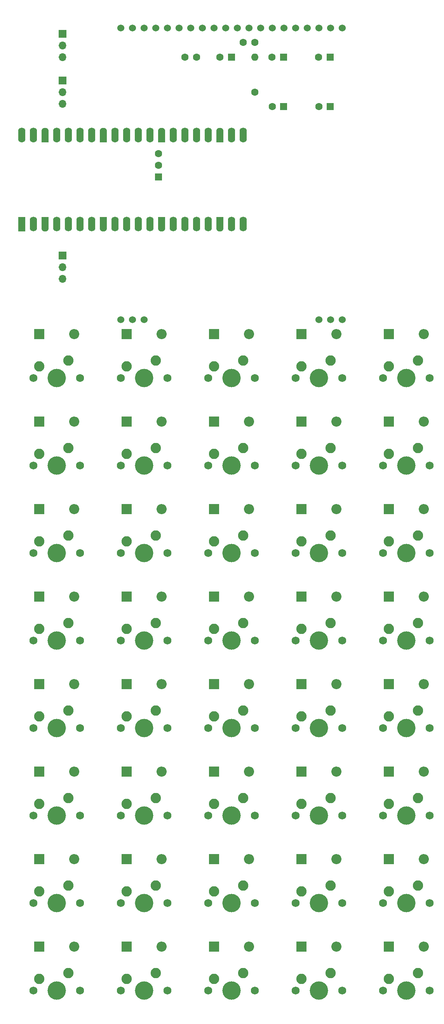
<source format=gbr>
%TF.GenerationSoftware,KiCad,Pcbnew,8.0.6*%
%TF.CreationDate,2024-11-19T21:22:31+01:00*%
%TF.ProjectId,calc,63616c63-2e6b-4696-9361-645f70636258,rev?*%
%TF.SameCoordinates,Original*%
%TF.FileFunction,Soldermask,Top*%
%TF.FilePolarity,Negative*%
%FSLAX46Y46*%
G04 Gerber Fmt 4.6, Leading zero omitted, Abs format (unit mm)*
G04 Created by KiCad (PCBNEW 8.0.6) date 2024-11-19 21:22:31*
%MOMM*%
%LPD*%
G01*
G04 APERTURE LIST*
G04 Aperture macros list*
%AMRoundRect*
0 Rectangle with rounded corners*
0 $1 Rounding radius*
0 $2 $3 $4 $5 $6 $7 $8 $9 X,Y pos of 4 corners*
0 Add a 4 corners polygon primitive as box body*
4,1,4,$2,$3,$4,$5,$6,$7,$8,$9,$2,$3,0*
0 Add four circle primitives for the rounded corners*
1,1,$1+$1,$2,$3*
1,1,$1+$1,$4,$5*
1,1,$1+$1,$6,$7*
1,1,$1+$1,$8,$9*
0 Add four rect primitives between the rounded corners*
20,1,$1+$1,$2,$3,$4,$5,0*
20,1,$1+$1,$4,$5,$6,$7,0*
20,1,$1+$1,$6,$7,$8,$9,0*
20,1,$1+$1,$8,$9,$2,$3,0*%
%AMFreePoly0*
4,1,28,0.178017,0.779942,0.347107,0.720775,0.498792,0.625465,0.625465,0.498792,0.720775,0.347107,0.779942,0.178017,0.800000,0.000000,0.779942,-0.178017,0.720775,-0.347107,0.625465,-0.498792,0.498792,-0.625465,0.347107,-0.720775,0.178017,-0.779942,0.000000,-0.800000,-2.200000,-0.800000,-2.205014,-0.794986,-2.244504,-0.794986,-2.324698,-0.756366,-2.380194,-0.686777,-2.400000,-0.600000,
-2.400000,0.600000,-2.380194,0.686777,-2.324698,0.756366,-2.244504,0.794986,-2.205014,0.794986,-2.200000,0.800000,0.000000,0.800000,0.178017,0.779942,0.178017,0.779942,$1*%
%AMFreePoly1*
4,1,28,0.605014,0.794986,0.644504,0.794986,0.724698,0.756366,0.780194,0.686777,0.800000,0.600000,0.800000,-0.600000,0.780194,-0.686777,0.724698,-0.756366,0.644504,-0.794986,0.605014,-0.794986,0.600000,-0.800000,0.000000,-0.800000,-0.178017,-0.779942,-0.347107,-0.720775,-0.498792,-0.625465,-0.625465,-0.498792,-0.720775,-0.347107,-0.779942,-0.178017,-0.800000,0.000000,-0.779942,0.178017,
-0.720775,0.347107,-0.625465,0.498792,-0.498792,0.625465,-0.347107,0.720775,-0.178017,0.779942,0.000000,0.800000,0.600000,0.800000,0.605014,0.794986,0.605014,0.794986,$1*%
%AMFreePoly2*
4,1,29,0.605014,0.794986,0.644504,0.794986,0.724698,0.756366,0.780194,0.686777,0.800000,0.600000,0.800000,-0.600000,0.780194,-0.686777,0.724698,-0.756366,0.644504,-0.794986,0.605014,-0.794986,0.600000,-0.800000,0.000000,-0.800000,-1.600000,-0.800000,-1.778017,-0.779942,-1.947107,-0.720775,-2.098792,-0.625465,-2.225465,-0.498792,-2.320775,-0.347107,-2.379942,-0.178017,-2.400000,0.000000,
-2.379942,0.178017,-2.320775,0.347107,-2.225465,0.498792,-2.098792,0.625465,-1.947107,0.720775,-1.778017,0.779942,-1.600000,0.800000,0.600000,0.800000,0.605014,0.794986,0.605014,0.794986,$1*%
%AMFreePoly3*
4,1,28,0.178017,0.779942,0.347107,0.720775,0.498792,0.625465,0.625465,0.498792,0.720775,0.347107,0.779942,0.178017,0.800000,0.000000,0.779942,-0.178017,0.720775,-0.347107,0.625465,-0.498792,0.498792,-0.625465,0.347107,-0.720775,0.178017,-0.779942,0.000000,-0.800000,-0.600000,-0.800000,-0.605014,-0.794986,-0.644504,-0.794986,-0.724698,-0.756366,-0.780194,-0.686777,-0.800000,-0.600000,
-0.800000,0.600000,-0.780194,0.686777,-0.724698,0.756366,-0.644504,0.794986,-0.605014,0.794986,-0.600000,0.800000,0.000000,0.800000,0.178017,0.779942,0.178017,0.779942,$1*%
%AMFreePoly4*
4,1,29,1.778017,0.779942,1.947107,0.720775,2.098792,0.625465,2.225465,0.498792,2.320775,0.347107,2.379942,0.178017,2.400000,0.000000,2.379942,-0.178017,2.320775,-0.347107,2.225465,-0.498792,2.098792,-0.625465,1.947107,-0.720775,1.778017,-0.779942,1.600000,-0.800000,0.000000,-0.800000,-0.600000,-0.800000,-0.605014,-0.794986,-0.644504,-0.794986,-0.724698,-0.756366,-0.780194,-0.686777,
-0.800000,-0.600000,-0.800000,0.600000,-0.780194,0.686777,-0.724698,0.756366,-0.644504,0.794986,-0.605014,0.794986,-0.600000,0.800000,1.600000,0.800000,1.778017,0.779942,1.778017,0.779942,$1*%
G04 Aperture macros list end*
%ADD10R,2.200000X2.200000*%
%ADD11O,2.200000X2.200000*%
%ADD12C,1.750000*%
%ADD13C,4.000000*%
%ADD14C,2.250000*%
%ADD15R,1.700000X1.700000*%
%ADD16O,1.700000X1.700000*%
%ADD17R,1.600000X1.600000*%
%ADD18C,1.600000*%
%ADD19RoundRect,0.200000X0.600000X-0.600000X0.600000X0.600000X-0.600000X0.600000X-0.600000X-0.600000X0*%
%ADD20FreePoly0,90.000000*%
%ADD21RoundRect,0.800000X0.000010X-0.800000X0.000010X0.800000X-0.000010X0.800000X-0.000010X-0.800000X0*%
%ADD22FreePoly1,90.000000*%
%ADD23FreePoly2,90.000000*%
%ADD24FreePoly3,90.000000*%
%ADD25FreePoly4,90.000000*%
%ADD26O,1.600000X1.600000*%
%ADD27C,1.524000*%
G04 APERTURE END LIST*
D10*
%TO.C,D2*%
X166370000Y-92075000D03*
D11*
X173990000Y-92075000D03*
%TD*%
D10*
%TO.C,D1*%
X147320000Y-92075000D03*
D11*
X154940000Y-92075000D03*
%TD*%
D10*
%TO.C,D38*%
X185420000Y-225425000D03*
D11*
X193040000Y-225425000D03*
%TD*%
D12*
%TO.C,SW25*%
X222250000Y-177800000D03*
D13*
X227330000Y-177800000D03*
D12*
X232410000Y-177800000D03*
D14*
X229870000Y-173990000D03*
X223520000Y-175260000D03*
%TD*%
D10*
%TO.C,D13*%
X185420000Y-130175000D03*
D11*
X193040000Y-130175000D03*
%TD*%
D12*
%TO.C,SW29*%
X203200000Y-196850000D03*
D13*
X208280000Y-196850000D03*
D12*
X213360000Y-196850000D03*
D14*
X210820000Y-193040000D03*
X204470000Y-194310000D03*
%TD*%
D10*
%TO.C,D24*%
X204470000Y-168275000D03*
D11*
X212090000Y-168275000D03*
%TD*%
D15*
%TO.C,J2*%
X152400000Y-36830000D03*
D16*
X152400000Y-39370000D03*
X152400000Y-41910000D03*
%TD*%
D12*
%TO.C,SW9*%
X203200000Y-120650000D03*
D13*
X208280000Y-120650000D03*
D12*
X213360000Y-120650000D03*
D14*
X210820000Y-116840000D03*
X204470000Y-118110000D03*
%TD*%
D12*
%TO.C,SW30*%
X222250000Y-196850000D03*
D13*
X227330000Y-196850000D03*
D12*
X232410000Y-196850000D03*
D14*
X229870000Y-193040000D03*
X223520000Y-194310000D03*
%TD*%
D15*
%TO.C,J1*%
X152400000Y-74930000D03*
D16*
X152400000Y-77470000D03*
X152400000Y-80010000D03*
%TD*%
D10*
%TO.C,D32*%
X166370000Y-206375000D03*
D11*
X173990000Y-206375000D03*
%TD*%
D10*
%TO.C,D9*%
X204470000Y-111125000D03*
D11*
X212090000Y-111125000D03*
%TD*%
D10*
%TO.C,D39*%
X204470000Y-225425000D03*
D11*
X212090000Y-225425000D03*
%TD*%
D12*
%TO.C,SW18*%
X184150000Y-158750000D03*
D13*
X189230000Y-158750000D03*
D12*
X194310000Y-158750000D03*
D14*
X191770000Y-154940000D03*
X185420000Y-156210000D03*
%TD*%
D10*
%TO.C,D16*%
X147320000Y-149225000D03*
D11*
X154940000Y-149225000D03*
%TD*%
D12*
%TO.C,SW7*%
X165100000Y-120650000D03*
D13*
X170180000Y-120650000D03*
D12*
X175260000Y-120650000D03*
D14*
X172720000Y-116840000D03*
X166370000Y-118110000D03*
%TD*%
D10*
%TO.C,D18*%
X185420000Y-149225000D03*
D11*
X193040000Y-149225000D03*
%TD*%
D10*
%TO.C,D6*%
X147320000Y-111125000D03*
D11*
X154940000Y-111125000D03*
%TD*%
D10*
%TO.C,D33*%
X185420000Y-206375000D03*
D11*
X193040000Y-206375000D03*
%TD*%
D10*
%TO.C,D29*%
X204470000Y-187325000D03*
D11*
X212090000Y-187325000D03*
%TD*%
D10*
%TO.C,D14*%
X204470000Y-130175000D03*
D11*
X212090000Y-130175000D03*
%TD*%
D12*
%TO.C,SW3*%
X184150000Y-101600000D03*
D13*
X189230000Y-101600000D03*
D12*
X194310000Y-101600000D03*
D14*
X191770000Y-97790000D03*
X185420000Y-99060000D03*
%TD*%
D10*
%TO.C,D37*%
X166370000Y-225425000D03*
D11*
X173990000Y-225425000D03*
%TD*%
D17*
%TO.C,C3*%
X189230000Y-31750000D03*
D18*
X186730000Y-31750000D03*
%TD*%
D12*
%TO.C,SW31*%
X146050000Y-215900000D03*
D13*
X151130000Y-215900000D03*
D12*
X156210000Y-215900000D03*
D14*
X153670000Y-212090000D03*
X147320000Y-213360000D03*
%TD*%
D10*
%TO.C,D17*%
X166370000Y-149225000D03*
D11*
X173990000Y-149225000D03*
%TD*%
D10*
%TO.C,D34*%
X204470000Y-206375000D03*
D11*
X212090000Y-206375000D03*
%TD*%
D17*
%TO.C,C5*%
X200595113Y-31750000D03*
D18*
X198095113Y-31750000D03*
%TD*%
D12*
%TO.C,SW28*%
X184150000Y-196850000D03*
D13*
X189230000Y-196850000D03*
D12*
X194310000Y-196850000D03*
D14*
X191770000Y-193040000D03*
X185420000Y-194310000D03*
%TD*%
D12*
%TO.C,SW27*%
X165100000Y-196850000D03*
D13*
X170180000Y-196850000D03*
D12*
X175260000Y-196850000D03*
D14*
X172720000Y-193040000D03*
X166370000Y-194310000D03*
%TD*%
D12*
%TO.C,SW38*%
X184150000Y-234950000D03*
D13*
X189230000Y-234950000D03*
D12*
X194310000Y-234950000D03*
D14*
X191770000Y-231140000D03*
X185420000Y-232410000D03*
%TD*%
D18*
%TO.C,C1*%
X191810000Y-28575000D03*
X194310000Y-28575000D03*
%TD*%
D12*
%TO.C,SW23*%
X184150000Y-177800000D03*
D13*
X189230000Y-177800000D03*
D12*
X194310000Y-177800000D03*
D14*
X191770000Y-173990000D03*
X185420000Y-175260000D03*
%TD*%
D12*
%TO.C,SW12*%
X165100000Y-139700000D03*
D13*
X170180000Y-139700000D03*
D12*
X175260000Y-139700000D03*
D14*
X172720000Y-135890000D03*
X166370000Y-137160000D03*
%TD*%
D12*
%TO.C,SW21*%
X146050000Y-177800000D03*
D13*
X151130000Y-177800000D03*
D12*
X156210000Y-177800000D03*
D14*
X153670000Y-173990000D03*
X147320000Y-175260000D03*
%TD*%
D12*
%TO.C,SW24*%
X203200000Y-177800000D03*
D13*
X208280000Y-177800000D03*
D12*
X213360000Y-177800000D03*
D14*
X210820000Y-173990000D03*
X204470000Y-175260000D03*
%TD*%
D10*
%TO.C,D26*%
X147320000Y-187325000D03*
D11*
X154940000Y-187325000D03*
%TD*%
D10*
%TO.C,D3*%
X185420000Y-92075000D03*
D11*
X193040000Y-92075000D03*
%TD*%
D10*
%TO.C,D25*%
X223520000Y-168275000D03*
D11*
X231140000Y-168275000D03*
%TD*%
D12*
%TO.C,SW20*%
X222250000Y-158750000D03*
D13*
X227330000Y-158750000D03*
D12*
X232410000Y-158750000D03*
D14*
X229870000Y-154940000D03*
X223520000Y-156210000D03*
%TD*%
D12*
%TO.C,SW37*%
X165100000Y-234950000D03*
D13*
X170180000Y-234950000D03*
D12*
X175260000Y-234950000D03*
D14*
X172720000Y-231140000D03*
X166370000Y-232410000D03*
%TD*%
D10*
%TO.C,D27*%
X166370000Y-187325000D03*
D11*
X173990000Y-187325000D03*
%TD*%
D10*
%TO.C,D12*%
X166370000Y-130175000D03*
D11*
X173990000Y-130175000D03*
%TD*%
D17*
%TO.C,C6*%
X210780000Y-42545000D03*
D18*
X208280000Y-42545000D03*
%TD*%
D12*
%TO.C,SW8*%
X184150000Y-120650000D03*
D13*
X189230000Y-120650000D03*
D12*
X194310000Y-120650000D03*
D14*
X191770000Y-116840000D03*
X185420000Y-118110000D03*
%TD*%
D12*
%TO.C,SW34*%
X203200000Y-215900000D03*
D13*
X208280000Y-215900000D03*
D12*
X213360000Y-215900000D03*
D14*
X210820000Y-212090000D03*
X204470000Y-213360000D03*
%TD*%
D17*
%TO.C,C7*%
X210755113Y-31750000D03*
D18*
X208255113Y-31750000D03*
%TD*%
D10*
%TO.C,D21*%
X147320000Y-168275000D03*
D11*
X154940000Y-168275000D03*
%TD*%
D12*
%TO.C,SW4*%
X203200000Y-101600000D03*
D13*
X208280000Y-101600000D03*
D12*
X213360000Y-101600000D03*
D14*
X210820000Y-97790000D03*
X204470000Y-99060000D03*
%TD*%
D10*
%TO.C,D22*%
X166370000Y-168275000D03*
D11*
X173990000Y-168275000D03*
%TD*%
D10*
%TO.C,D20*%
X223520000Y-149225000D03*
D11*
X231140000Y-149225000D03*
%TD*%
D10*
%TO.C,D8*%
X185420000Y-111125000D03*
D11*
X193040000Y-111125000D03*
%TD*%
D12*
%TO.C,SW2*%
X165100000Y-101600000D03*
D13*
X170180000Y-101600000D03*
D12*
X175260000Y-101600000D03*
D14*
X172720000Y-97790000D03*
X166370000Y-99060000D03*
%TD*%
D12*
%TO.C,SW22*%
X165100000Y-177800000D03*
D13*
X170180000Y-177800000D03*
D12*
X175260000Y-177800000D03*
D14*
X172720000Y-173990000D03*
X166370000Y-175260000D03*
%TD*%
D12*
%TO.C,SW1*%
X146050000Y-101600000D03*
D13*
X151130000Y-101600000D03*
D12*
X156210000Y-101600000D03*
D14*
X153670000Y-97790000D03*
X147320000Y-99060000D03*
%TD*%
D12*
%TO.C,SW15*%
X222250000Y-139700000D03*
D13*
X227330000Y-139700000D03*
D12*
X232410000Y-139700000D03*
D14*
X229870000Y-135890000D03*
X223520000Y-137160000D03*
%TD*%
D10*
%TO.C,D31*%
X147320000Y-206375000D03*
D11*
X154940000Y-206375000D03*
%TD*%
D10*
%TO.C,D5*%
X223520000Y-92075000D03*
D11*
X231140000Y-92075000D03*
%TD*%
D12*
%TO.C,SW36*%
X146050000Y-234950000D03*
D13*
X151130000Y-234950000D03*
D12*
X156210000Y-234950000D03*
D14*
X153670000Y-231140000D03*
X147320000Y-232410000D03*
%TD*%
D12*
%TO.C,SW32*%
X165100000Y-215900000D03*
D13*
X170180000Y-215900000D03*
D12*
X175260000Y-215900000D03*
D14*
X172720000Y-212090000D03*
X166370000Y-213360000D03*
%TD*%
D12*
%TO.C,SW13*%
X184150000Y-139700000D03*
D13*
X189230000Y-139700000D03*
D12*
X194310000Y-139700000D03*
D14*
X191770000Y-135890000D03*
X185420000Y-137160000D03*
%TD*%
D10*
%TO.C,D40*%
X223520000Y-225425000D03*
D11*
X231140000Y-225425000D03*
%TD*%
D10*
%TO.C,D23*%
X185420000Y-168275000D03*
D11*
X193040000Y-168275000D03*
%TD*%
D12*
%TO.C,SW19*%
X203200000Y-158750000D03*
D13*
X208280000Y-158750000D03*
D12*
X213360000Y-158750000D03*
D14*
X210820000Y-154940000D03*
X204470000Y-156210000D03*
%TD*%
D10*
%TO.C,D30*%
X223520000Y-187325000D03*
D11*
X231140000Y-187325000D03*
%TD*%
D12*
%TO.C,SW14*%
X203200000Y-139700000D03*
D13*
X208280000Y-139700000D03*
D12*
X213360000Y-139700000D03*
D14*
X210820000Y-135890000D03*
X204470000Y-137160000D03*
%TD*%
D12*
%TO.C,SW35*%
X222250000Y-215900000D03*
D13*
X227330000Y-215900000D03*
D12*
X232410000Y-215900000D03*
D14*
X229870000Y-212090000D03*
X223520000Y-213360000D03*
%TD*%
D10*
%TO.C,D15*%
X223520000Y-130175000D03*
D11*
X231140000Y-130175000D03*
%TD*%
D10*
%TO.C,D11*%
X147320000Y-130175000D03*
D11*
X154940000Y-130175000D03*
%TD*%
D10*
%TO.C,D19*%
X204470000Y-149225000D03*
D11*
X212090000Y-149225000D03*
%TD*%
D12*
%TO.C,SW40*%
X222250000Y-234950000D03*
D13*
X227330000Y-234950000D03*
D12*
X232410000Y-234950000D03*
D14*
X229870000Y-231140000D03*
X223520000Y-232410000D03*
%TD*%
D12*
%TO.C,SW16*%
X146050000Y-158750000D03*
D13*
X151130000Y-158750000D03*
D12*
X156210000Y-158750000D03*
D14*
X153670000Y-154940000D03*
X147320000Y-156210000D03*
%TD*%
D12*
%TO.C,SW5*%
X222250000Y-101600000D03*
D13*
X227330000Y-101600000D03*
D12*
X232410000Y-101600000D03*
D14*
X229870000Y-97790000D03*
X223520000Y-99060000D03*
%TD*%
D12*
%TO.C,SW10*%
X222250000Y-120650000D03*
D13*
X227330000Y-120650000D03*
D12*
X232410000Y-120650000D03*
D14*
X229870000Y-116840000D03*
X223520000Y-118110000D03*
%TD*%
D12*
%TO.C,SW39*%
X203200000Y-234950000D03*
D13*
X208280000Y-234950000D03*
D12*
X213360000Y-234950000D03*
D14*
X210820000Y-231140000D03*
X204470000Y-232410000D03*
%TD*%
D19*
%TO.C,A1*%
X143510000Y-67310000D03*
D20*
X143510000Y-67310000D03*
D18*
X146050000Y-67310000D03*
D21*
X146050000Y-68110000D03*
D22*
X148590000Y-67310000D03*
D23*
X148590000Y-67310000D03*
D18*
X151130000Y-67310000D03*
D21*
X151130000Y-68110000D03*
D18*
X153670000Y-67310000D03*
D21*
X153670000Y-68110000D03*
D18*
X156210000Y-67310000D03*
D21*
X156210000Y-68110000D03*
D18*
X158750000Y-67310000D03*
D21*
X158750000Y-68110000D03*
D22*
X161290000Y-67310000D03*
D23*
X161290000Y-67310000D03*
D18*
X163830000Y-67310000D03*
D21*
X163830000Y-68110000D03*
D18*
X166370000Y-67310000D03*
D21*
X166370000Y-68110000D03*
D18*
X168910000Y-67310000D03*
D21*
X168910000Y-68110000D03*
D18*
X171450000Y-67310000D03*
D21*
X171450000Y-68110000D03*
D22*
X173990000Y-67310000D03*
D23*
X173990000Y-67310000D03*
D18*
X176530000Y-67310000D03*
D21*
X176530000Y-68110000D03*
D18*
X179070000Y-67310000D03*
D21*
X179070000Y-68110000D03*
D18*
X181610000Y-67310000D03*
D21*
X181610000Y-68110000D03*
D18*
X184150000Y-67310000D03*
D21*
X184150000Y-68110000D03*
D22*
X186690000Y-67310000D03*
D23*
X186690000Y-67310000D03*
D18*
X189230000Y-67310000D03*
D21*
X189230000Y-68110000D03*
D18*
X191770000Y-67310000D03*
D21*
X191770000Y-68110000D03*
D18*
X191770000Y-49530000D03*
D21*
X191770000Y-48730000D03*
D18*
X189230000Y-49530000D03*
D21*
X189230000Y-48730000D03*
D24*
X186690000Y-49530000D03*
D25*
X186690000Y-49530000D03*
D18*
X184150000Y-49530000D03*
D21*
X184150000Y-48730000D03*
D18*
X181610000Y-49530000D03*
D21*
X181610000Y-48730000D03*
D18*
X179070000Y-49530000D03*
D21*
X179070000Y-48730000D03*
D18*
X176530000Y-49530000D03*
D21*
X176530000Y-48730000D03*
D24*
X173990000Y-49530000D03*
D25*
X173990000Y-49530000D03*
D18*
X171450000Y-49530000D03*
D21*
X171450000Y-48730000D03*
D18*
X168910000Y-49530000D03*
D21*
X168910000Y-48730000D03*
D18*
X166370000Y-49530000D03*
D21*
X166370000Y-48730000D03*
D18*
X163830000Y-49530000D03*
D21*
X163830000Y-48730000D03*
D24*
X161290000Y-49530000D03*
D25*
X161290000Y-49530000D03*
D18*
X158750000Y-49530000D03*
D21*
X158750000Y-48730000D03*
D18*
X156210000Y-49530000D03*
D21*
X156210000Y-48730000D03*
D18*
X153670000Y-49530000D03*
D21*
X153670000Y-48730000D03*
D18*
X151130000Y-49530000D03*
D21*
X151130000Y-48730000D03*
D24*
X148590000Y-49530000D03*
D25*
X148590000Y-49530000D03*
D18*
X146050000Y-49530000D03*
D21*
X146050000Y-48730000D03*
D18*
X143510000Y-49530000D03*
D21*
X143510000Y-48730000D03*
D19*
X173340000Y-57835900D03*
D18*
X173340000Y-55295900D03*
X173340000Y-52755900D03*
%TD*%
D10*
%TO.C,D28*%
X185420000Y-187325000D03*
D11*
X193040000Y-187325000D03*
%TD*%
D12*
%TO.C,SW11*%
X146050000Y-139700000D03*
D13*
X151130000Y-139700000D03*
D12*
X156210000Y-139700000D03*
D14*
X153670000Y-135890000D03*
X147320000Y-137160000D03*
%TD*%
D10*
%TO.C,D10*%
X223520000Y-111125000D03*
D11*
X231140000Y-111125000D03*
%TD*%
D12*
%TO.C,SW33*%
X184150000Y-215900000D03*
D13*
X189230000Y-215900000D03*
D12*
X194310000Y-215900000D03*
D14*
X191770000Y-212090000D03*
X185420000Y-213360000D03*
%TD*%
D10*
%TO.C,D7*%
X166370000Y-111125000D03*
D11*
X173990000Y-111125000D03*
%TD*%
D12*
%TO.C,SW26*%
X146050000Y-196850000D03*
D13*
X151130000Y-196850000D03*
D12*
X156210000Y-196850000D03*
D14*
X153670000Y-193040000D03*
X147320000Y-194310000D03*
%TD*%
D12*
%TO.C,SW17*%
X165100000Y-158750000D03*
D13*
X170180000Y-158750000D03*
D12*
X175260000Y-158750000D03*
D14*
X172720000Y-154940000D03*
X166370000Y-156210000D03*
%TD*%
D18*
%TO.C,R1*%
X194310000Y-39370000D03*
D26*
X194310000Y-31750000D03*
%TD*%
D15*
%TO.C,J3*%
X152400000Y-26670000D03*
D16*
X152400000Y-29210000D03*
X152400000Y-31750000D03*
%TD*%
D10*
%TO.C,D35*%
X223520000Y-206375000D03*
D11*
X231140000Y-206375000D03*
%TD*%
D18*
%TO.C,C2*%
X181610000Y-31750000D03*
X179110000Y-31750000D03*
%TD*%
D12*
%TO.C,SW6*%
X146050000Y-120650000D03*
D13*
X151130000Y-120650000D03*
D12*
X156210000Y-120650000D03*
D14*
X153670000Y-116840000D03*
X147320000Y-118110000D03*
%TD*%
D17*
%TO.C,C4*%
X200620000Y-42545000D03*
D18*
X198120000Y-42545000D03*
%TD*%
D10*
%TO.C,D36*%
X147320000Y-225425000D03*
D11*
X154940000Y-225425000D03*
%TD*%
D10*
%TO.C,D4*%
X204470000Y-92075000D03*
D11*
X212090000Y-92075000D03*
%TD*%
D27*
%TO.C,U1*%
X165100000Y-88900000D03*
X167640000Y-88900000D03*
X170180000Y-88900000D03*
X208280000Y-88900000D03*
X210820000Y-88900000D03*
X213360000Y-88900000D03*
X213360000Y-25400000D03*
X210820000Y-25400000D03*
X208280000Y-25400000D03*
X205740000Y-25400000D03*
X203200000Y-25400000D03*
X200660000Y-25400000D03*
X198120000Y-25400000D03*
X195580000Y-25400000D03*
X193040000Y-25400000D03*
X190500000Y-25400000D03*
X187960000Y-25400000D03*
X185420000Y-25400000D03*
X182880000Y-25400000D03*
X180340000Y-25400000D03*
X177800000Y-25400000D03*
X175260000Y-25400000D03*
X172720000Y-25400000D03*
X170180000Y-25400000D03*
X167640000Y-25400000D03*
X165100000Y-25400000D03*
%TD*%
M02*

</source>
